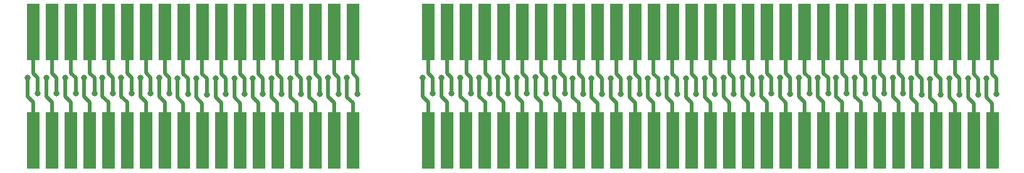
<source format=gbr>
%TF.GenerationSoftware,KiCad,Pcbnew,(5.1.8)-1*%
%TF.CreationDate,2021-01-23T22:08:16+01:00*%
%TF.ProjectId,ISA_INTERCONNECT,4953415f-494e-4544-9552-434f4e4e4543,rev?*%
%TF.SameCoordinates,Original*%
%TF.FileFunction,Copper,L1,Top*%
%TF.FilePolarity,Positive*%
%FSLAX46Y46*%
G04 Gerber Fmt 4.6, Leading zero omitted, Abs format (unit mm)*
G04 Created by KiCad (PCBNEW (5.1.8)-1) date 2021-01-23 22:08:16*
%MOMM*%
%LPD*%
G01*
G04 APERTURE LIST*
%TA.AperFunction,ConnectorPad*%
%ADD10R,1.780000X7.620000*%
%TD*%
%TA.AperFunction,ViaPad*%
%ADD11C,0.800000*%
%TD*%
%TA.AperFunction,Conductor*%
%ADD12C,0.500000*%
%TD*%
G04 APERTURE END LIST*
D10*
%TO.P,J2,32*%
%TO.N,32*%
X193740000Y-91520000D03*
%TO.P,J2,33*%
%TO.N,33*%
X191200000Y-91520000D03*
%TO.P,J2,34*%
%TO.N,34*%
X188660000Y-91520000D03*
%TO.P,J2,35*%
%TO.N,35*%
X186120000Y-91520000D03*
%TO.P,J2,36*%
%TO.N,36*%
X183580000Y-91520000D03*
%TO.P,J2,37*%
%TO.N,37*%
X181040000Y-91520000D03*
%TO.P,J2,38*%
%TO.N,38*%
X178500000Y-91520000D03*
%TO.P,J2,39*%
%TO.N,39*%
X175960000Y-91520000D03*
%TO.P,J2,40*%
%TO.N,40*%
X173420000Y-91520000D03*
%TO.P,J2,41*%
%TO.N,41*%
X170880000Y-91520000D03*
%TO.P,J2,42*%
%TO.N,42*%
X168340000Y-91520000D03*
%TO.P,J2,43*%
%TO.N,43*%
X165800000Y-91520000D03*
%TO.P,J2,44*%
%TO.N,44*%
X163260000Y-91520000D03*
%TO.P,J2,45*%
%TO.N,45*%
X160720000Y-91520000D03*
%TO.P,J2,46*%
%TO.N,46*%
X158180000Y-91520000D03*
%TO.P,J2,47*%
%TO.N,47*%
X155640000Y-91520000D03*
%TO.P,J2,48*%
%TO.N,48*%
X153100000Y-91520000D03*
%TO.P,J2,49*%
%TO.N,49*%
X150560000Y-91520000D03*
%TO.P,J2,50*%
%TO.N,50*%
X148020000Y-91520000D03*
%TO.P,J2,51*%
%TO.N,51*%
X145480000Y-91520000D03*
%TO.P,J2,52*%
%TO.N,52*%
X142940000Y-91520000D03*
%TO.P,J2,53*%
%TO.N,53*%
X140400000Y-91520000D03*
%TO.P,J2,54*%
%TO.N,54*%
X137860000Y-91520000D03*
%TO.P,J2,55*%
%TO.N,55*%
X135320000Y-91520000D03*
%TO.P,J2,56*%
%TO.N,56*%
X132780000Y-91520000D03*
%TO.P,J2,57*%
%TO.N,57*%
X130240000Y-91520000D03*
%TO.P,J2,58*%
%TO.N,58*%
X127700000Y-91520000D03*
%TO.P,J2,59*%
%TO.N,59*%
X125160000Y-91520000D03*
%TO.P,J2,60*%
%TO.N,60*%
X122620000Y-91520000D03*
%TO.P,J2,61*%
%TO.N,61*%
X120080000Y-91520000D03*
%TO.P,J2,62*%
%TO.N,62*%
X117540000Y-91520000D03*
%TO.P,J2,81*%
%TO.N,81*%
X107380000Y-91520000D03*
%TO.P,J2,82*%
%TO.N,82*%
X104840000Y-91520000D03*
%TO.P,J2,83*%
%TO.N,83*%
X102300000Y-91520000D03*
%TO.P,J2,84*%
%TO.N,84*%
X99760000Y-91520000D03*
%TO.P,J2,85*%
%TO.N,85*%
X97220000Y-91520000D03*
%TO.P,J2,86*%
%TO.N,86*%
X94680000Y-91520000D03*
%TO.P,J2,87*%
%TO.N,87*%
X92140000Y-91520000D03*
%TO.P,J2,88*%
%TO.N,88*%
X89600000Y-91520000D03*
%TO.P,J2,89*%
%TO.N,89*%
X87060000Y-91520000D03*
%TO.P,J2,90*%
%TO.N,90*%
X84520000Y-91520000D03*
%TO.P,J2,91*%
%TO.N,91*%
X81980000Y-91520000D03*
%TO.P,J2,92*%
%TO.N,92*%
X79440000Y-91520000D03*
%TO.P,J2,93*%
%TO.N,93*%
X76900000Y-91520000D03*
%TO.P,J2,94*%
%TO.N,94*%
X74360000Y-91520000D03*
%TO.P,J2,95*%
%TO.N,95*%
X71820000Y-91520000D03*
%TO.P,J2,96*%
%TO.N,96*%
X69280000Y-91520000D03*
%TO.P,J2,97*%
%TO.N,97*%
X66740000Y-91520000D03*
%TO.P,J2,98*%
%TO.N,98*%
X64200000Y-91520000D03*
%TD*%
%TO.P,J1,1*%
%TO.N,1*%
X193740000Y-76830000D03*
%TO.P,J1,2*%
%TO.N,2*%
X191200000Y-76830000D03*
%TO.P,J1,3*%
%TO.N,3*%
X188660000Y-76830000D03*
%TO.P,J1,4*%
%TO.N,4*%
X186120000Y-76830000D03*
%TO.P,J1,5*%
%TO.N,5*%
X183580000Y-76830000D03*
%TO.P,J1,6*%
%TO.N,6*%
X181040000Y-76830000D03*
%TO.P,J1,7*%
%TO.N,7*%
X178500000Y-76830000D03*
%TO.P,J1,8*%
%TO.N,8*%
X175960000Y-76830000D03*
%TO.P,J1,9*%
%TO.N,9*%
X173420000Y-76830000D03*
%TO.P,J1,10*%
%TO.N,10*%
X170880000Y-76830000D03*
%TO.P,J1,11*%
%TO.N,11*%
X168340000Y-76830000D03*
%TO.P,J1,12*%
%TO.N,12*%
X165800000Y-76830000D03*
%TO.P,J1,13*%
%TO.N,13*%
X163260000Y-76830000D03*
%TO.P,J1,14*%
%TO.N,14*%
X160720000Y-76830000D03*
%TO.P,J1,15*%
%TO.N,15*%
X158180000Y-76830000D03*
%TO.P,J1,16*%
%TO.N,16*%
X155640000Y-76830000D03*
%TO.P,J1,17*%
%TO.N,17*%
X153100000Y-76830000D03*
%TO.P,J1,18*%
%TO.N,18*%
X150560000Y-76830000D03*
%TO.P,J1,19*%
%TO.N,19*%
X148020000Y-76830000D03*
%TO.P,J1,20*%
%TO.N,20*%
X145480000Y-76830000D03*
%TO.P,J1,21*%
%TO.N,21*%
X142940000Y-76830000D03*
%TO.P,J1,22*%
%TO.N,22*%
X140400000Y-76830000D03*
%TO.P,J1,23*%
%TO.N,23*%
X137860000Y-76830000D03*
%TO.P,J1,24*%
%TO.N,24*%
X135320000Y-76830000D03*
%TO.P,J1,25*%
%TO.N,25*%
X132780000Y-76830000D03*
%TO.P,J1,26*%
%TO.N,26*%
X130240000Y-76830000D03*
%TO.P,J1,27*%
%TO.N,27*%
X127700000Y-76830000D03*
%TO.P,J1,28*%
%TO.N,28*%
X125160000Y-76830000D03*
%TO.P,J1,29*%
%TO.N,29*%
X122620000Y-76830000D03*
%TO.P,J1,30*%
%TO.N,30*%
X120080000Y-76830000D03*
%TO.P,J1,31*%
%TO.N,31*%
X117540000Y-76830000D03*
%TO.P,J1,63*%
%TO.N,63*%
X107380000Y-76830000D03*
%TO.P,J1,64*%
%TO.N,64*%
X104840000Y-76830000D03*
%TO.P,J1,65*%
%TO.N,65*%
X102300000Y-76830000D03*
%TO.P,J1,66*%
%TO.N,66*%
X99760000Y-76830000D03*
%TO.P,J1,67*%
%TO.N,67*%
X97220000Y-76830000D03*
%TO.P,J1,68*%
%TO.N,68*%
X94680000Y-76830000D03*
%TO.P,J1,69*%
%TO.N,69*%
X92140000Y-76830000D03*
%TO.P,J1,70*%
%TO.N,70*%
X89600000Y-76830000D03*
%TO.P,J1,71*%
%TO.N,71*%
X87060000Y-76830000D03*
%TO.P,J1,72*%
%TO.N,72*%
X84520000Y-76830000D03*
%TO.P,J1,73*%
%TO.N,73*%
X81980000Y-76830000D03*
%TO.P,J1,74*%
%TO.N,74*%
X79440000Y-76830000D03*
%TO.P,J1,75*%
%TO.N,75*%
X76900000Y-76830000D03*
%TO.P,J1,76*%
%TO.N,76*%
X74360000Y-76830000D03*
%TO.P,J1,77*%
%TO.N,77*%
X71820000Y-76830000D03*
%TO.P,J1,78*%
%TO.N,78*%
X69280000Y-76830000D03*
%TO.P,J1,79*%
%TO.N,79*%
X66740000Y-76830000D03*
%TO.P,J1,80*%
%TO.N,80*%
X64200000Y-76830000D03*
%TD*%
D11*
%TO.N,98*%
X63420000Y-83010000D03*
%TO.N,90*%
X83700000Y-83120000D03*
%TO.N,54*%
X137060000Y-83110000D03*
%TO.N,62*%
X116780000Y-83000000D03*
%TO.N,44*%
X162480000Y-83030000D03*
%TO.N,36*%
X182760000Y-83140000D03*
%TO.N,94*%
X73560000Y-82990000D03*
%TO.N,96*%
X68550000Y-83000000D03*
%TO.N,97*%
X65960000Y-83020000D03*
%TO.N,95*%
X71090000Y-83010000D03*
%TO.N,93*%
X76100000Y-83000000D03*
%TO.N,91*%
X81230000Y-82990000D03*
%TO.N,83*%
X101510000Y-83100000D03*
%TO.N,85*%
X96380000Y-83110000D03*
%TO.N,89*%
X86240000Y-83130000D03*
%TO.N,87*%
X91370000Y-83120000D03*
%TO.N,81*%
X106590000Y-83060000D03*
%TO.N,51*%
X144730000Y-83110000D03*
%TO.N,53*%
X139600000Y-83120000D03*
%TO.N,47*%
X154870000Y-83090000D03*
%TO.N,55*%
X134590000Y-82980000D03*
%TO.N,57*%
X129460000Y-82990000D03*
%TO.N,49*%
X149740000Y-83100000D03*
%TO.N,61*%
X119320000Y-83010000D03*
%TO.N,59*%
X124450000Y-83000000D03*
%TO.N,45*%
X159950000Y-83050000D03*
%TO.N,35*%
X185300000Y-83150000D03*
%TO.N,43*%
X165020000Y-83040000D03*
%TO.N,41*%
X170150000Y-83030000D03*
%TO.N,37*%
X180290000Y-83010000D03*
%TO.N,33*%
X190430000Y-83140000D03*
%TO.N,39*%
X175160000Y-83020000D03*
%TO.N,92*%
X78690000Y-82980000D03*
%TO.N,84*%
X98970000Y-83090000D03*
%TO.N,88*%
X88830000Y-83110000D03*
%TO.N,82*%
X104050000Y-83050000D03*
%TO.N,56*%
X132050000Y-82970000D03*
%TO.N,52*%
X142190000Y-83100000D03*
%TO.N,48*%
X152330000Y-83080000D03*
%TO.N,60*%
X121910000Y-82990000D03*
%TO.N,46*%
X157410000Y-83040000D03*
%TO.N,34*%
X187890000Y-83130000D03*
%TO.N,42*%
X167610000Y-83020000D03*
%TO.N,38*%
X177750000Y-83000000D03*
%TO.N,86*%
X93840000Y-83100000D03*
%TO.N,50*%
X147200000Y-83090000D03*
%TO.N,58*%
X126920000Y-82980000D03*
%TO.N,32*%
X192900000Y-83120000D03*
%TO.N,40*%
X172620000Y-83010000D03*
%TO.N,80*%
X64810000Y-85150000D03*
%TO.N,78*%
X69940000Y-85140000D03*
%TO.N,76*%
X74950000Y-85130000D03*
%TO.N,74*%
X80080000Y-85120000D03*
%TO.N,66*%
X100360000Y-85230000D03*
%TO.N,68*%
X95230000Y-85240000D03*
%TO.N,72*%
X85090000Y-85260000D03*
%TO.N,70*%
X90220000Y-85250000D03*
%TO.N,64*%
X105440000Y-85190000D03*
%TO.N,19*%
X148590000Y-85230000D03*
%TO.N,21*%
X143580000Y-85240000D03*
%TO.N,17*%
X153720000Y-85220000D03*
%TO.N,25*%
X133440000Y-85110000D03*
%TO.N,27*%
X128310000Y-85120000D03*
%TO.N,23*%
X138450000Y-85250000D03*
%TO.N,31*%
X118170000Y-85140000D03*
%TO.N,29*%
X123300000Y-85130000D03*
%TO.N,15*%
X158800000Y-85180000D03*
%TO.N,7*%
X179140000Y-85140000D03*
%TO.N,5*%
X184150000Y-85280000D03*
%TO.N,11*%
X169000000Y-85160000D03*
%TO.N,1*%
X194290000Y-85260000D03*
%TO.N,3*%
X189280000Y-85270000D03*
%TO.N,13*%
X163870000Y-85170000D03*
%TO.N,9*%
X174010000Y-85150000D03*
%TO.N,79*%
X67350000Y-85160000D03*
%TO.N,77*%
X72480000Y-85150000D03*
%TO.N,75*%
X77490000Y-85140000D03*
%TO.N,73*%
X82620000Y-85130000D03*
%TO.N,65*%
X102900000Y-85240000D03*
%TO.N,67*%
X97770000Y-85250000D03*
%TO.N,71*%
X87630000Y-85270000D03*
%TO.N,69*%
X92760000Y-85260000D03*
%TO.N,63*%
X107980000Y-85200000D03*
%TO.N,20*%
X146120000Y-85250000D03*
%TO.N,16*%
X156260000Y-85230000D03*
%TO.N,24*%
X135980000Y-85120000D03*
%TO.N,22*%
X140990000Y-85260000D03*
%TO.N,26*%
X130850000Y-85130000D03*
%TO.N,18*%
X151130000Y-85240000D03*
%TO.N,30*%
X120710000Y-85150000D03*
%TO.N,28*%
X125840000Y-85140000D03*
%TO.N,14*%
X161340000Y-85190000D03*
%TO.N,8*%
X176550000Y-85160000D03*
%TO.N,2*%
X191820000Y-85280000D03*
%TO.N,10*%
X171540000Y-85170000D03*
%TO.N,4*%
X186690000Y-85290000D03*
%TO.N,12*%
X166410000Y-85180000D03*
%TO.N,6*%
X181680000Y-85150000D03*
%TD*%
D12*
%TO.N,98*%
X63420000Y-83010000D02*
X63420000Y-85560000D01*
X64200000Y-86340000D02*
X64200000Y-91520000D01*
X63420000Y-85560000D02*
X64200000Y-86340000D01*
%TO.N,97*%
X65960000Y-83020000D02*
X65960000Y-85570000D01*
X65960000Y-85570000D02*
X66740000Y-86350000D01*
%TO.N,95*%
X71090000Y-85560000D02*
X71870000Y-86340000D01*
X71090000Y-83010000D02*
X71090000Y-85560000D01*
%TO.N,91*%
X81230000Y-85540000D02*
X82010000Y-86320000D01*
X81230000Y-82990000D02*
X81230000Y-85540000D01*
%TO.N,93*%
X76100000Y-85550000D02*
X76880000Y-86330000D01*
X76100000Y-83000000D02*
X76100000Y-85550000D01*
%TO.N,87*%
X91370000Y-85670000D02*
X92150000Y-86450000D01*
X91370000Y-83120000D02*
X91370000Y-85670000D01*
%TO.N,89*%
X86240000Y-85680000D02*
X87020000Y-86460000D01*
X86240000Y-83130000D02*
X86240000Y-85680000D01*
%TO.N,90*%
X83700000Y-83120000D02*
X83700000Y-85670000D01*
X83700000Y-85670000D02*
X84480000Y-86450000D01*
%TO.N,83*%
X101510000Y-85650000D02*
X102290000Y-86430000D01*
X101510000Y-83100000D02*
X101510000Y-85650000D01*
%TO.N,85*%
X96380000Y-85660000D02*
X97160000Y-86440000D01*
X96380000Y-83110000D02*
X96380000Y-85660000D01*
%TO.N,81*%
X106590000Y-85610000D02*
X107370000Y-86390000D01*
X106590000Y-83060000D02*
X106590000Y-85610000D01*
%TO.N,59*%
X124450000Y-85550000D02*
X125230000Y-86330000D01*
X124450000Y-83000000D02*
X124450000Y-85550000D01*
%TO.N,61*%
X119320000Y-85560000D02*
X120100000Y-86340000D01*
X119320000Y-83010000D02*
X119320000Y-85560000D01*
%TO.N,62*%
X116780000Y-83000000D02*
X116780000Y-85550000D01*
X116780000Y-85550000D02*
X117560000Y-86330000D01*
%TO.N,55*%
X134590000Y-85530000D02*
X135370000Y-86310000D01*
X134590000Y-82980000D02*
X134590000Y-85530000D01*
%TO.N,57*%
X129460000Y-85540000D02*
X130240000Y-86320000D01*
X129460000Y-82990000D02*
X129460000Y-85540000D01*
%TO.N,51*%
X144730000Y-85660000D02*
X145510000Y-86440000D01*
%TO.N,53*%
X139600000Y-85670000D02*
X140380000Y-86450000D01*
X139600000Y-83120000D02*
X139600000Y-85670000D01*
%TO.N,54*%
X137060000Y-83110000D02*
X137060000Y-85660000D01*
X137060000Y-85660000D02*
X137840000Y-86440000D01*
%TO.N,47*%
X154870000Y-85640000D02*
X155650000Y-86420000D01*
%TO.N,51*%
X144730000Y-83110000D02*
X144730000Y-85660000D01*
%TO.N,49*%
X149740000Y-83100000D02*
X149740000Y-85650000D01*
%TO.N,47*%
X154870000Y-83090000D02*
X154870000Y-85640000D01*
%TO.N,49*%
X149740000Y-85650000D02*
X150520000Y-86430000D01*
%TO.N,45*%
X159950000Y-85600000D02*
X160730000Y-86380000D01*
X159950000Y-83050000D02*
X159950000Y-85600000D01*
%TO.N,41*%
X170150000Y-85580000D02*
X170930000Y-86360000D01*
X170150000Y-83030000D02*
X170150000Y-85580000D01*
%TO.N,43*%
X165020000Y-85590000D02*
X165800000Y-86370000D01*
%TO.N,44*%
X162480000Y-83030000D02*
X162480000Y-85580000D01*
%TO.N,37*%
X180290000Y-83010000D02*
X180290000Y-85560000D01*
%TO.N,44*%
X162480000Y-85580000D02*
X163260000Y-86360000D01*
%TO.N,37*%
X180290000Y-85560000D02*
X181070000Y-86340000D01*
%TO.N,43*%
X165020000Y-83040000D02*
X165020000Y-85590000D01*
%TO.N,39*%
X175160000Y-85570000D02*
X175940000Y-86350000D01*
%TO.N,33*%
X190430000Y-83140000D02*
X190430000Y-85690000D01*
%TO.N,35*%
X185300000Y-83150000D02*
X185300000Y-85700000D01*
%TO.N,36*%
X182760000Y-85690000D02*
X183540000Y-86470000D01*
X182760000Y-83140000D02*
X182760000Y-85690000D01*
%TO.N,33*%
X190430000Y-85690000D02*
X191210000Y-86470000D01*
%TO.N,35*%
X185300000Y-85700000D02*
X186080000Y-86480000D01*
%TO.N,39*%
X175160000Y-83020000D02*
X175160000Y-85570000D01*
%TO.N,94*%
X73560000Y-82990000D02*
X73560000Y-85540000D01*
X73560000Y-85540000D02*
X74340000Y-86320000D01*
%TO.N,96*%
X68550000Y-83000000D02*
X68550000Y-85550000D01*
X68550000Y-85550000D02*
X69330000Y-86330000D01*
%TO.N,97*%
X66740000Y-86350000D02*
X66740000Y-91520000D01*
%TO.N,92*%
X78690000Y-82980000D02*
X78690000Y-85530000D01*
X78690000Y-85530000D02*
X79470000Y-86310000D01*
%TO.N,88*%
X88830000Y-83110000D02*
X88830000Y-85660000D01*
X88830000Y-85660000D02*
X89610000Y-86440000D01*
%TO.N,84*%
X98970000Y-85640000D02*
X99750000Y-86420000D01*
X98970000Y-83090000D02*
X98970000Y-85640000D01*
%TO.N,82*%
X104050000Y-85600000D02*
X104830000Y-86380000D01*
X104050000Y-83050000D02*
X104050000Y-85600000D01*
%TO.N,60*%
X121910000Y-82990000D02*
X121910000Y-85540000D01*
X121910000Y-85540000D02*
X122690000Y-86320000D01*
%TO.N,56*%
X132050000Y-85520000D02*
X132830000Y-86300000D01*
X132050000Y-82970000D02*
X132050000Y-85520000D01*
%TO.N,52*%
X142190000Y-85650000D02*
X142970000Y-86430000D01*
X142190000Y-83100000D02*
X142190000Y-85650000D01*
%TO.N,48*%
X152330000Y-85630000D02*
X153110000Y-86410000D01*
X152330000Y-83080000D02*
X152330000Y-85630000D01*
%TO.N,46*%
X157410000Y-83040000D02*
X157410000Y-85590000D01*
X157410000Y-85590000D02*
X158190000Y-86370000D01*
%TO.N,42*%
X167610000Y-85570000D02*
X168390000Y-86350000D01*
X167610000Y-83020000D02*
X167610000Y-85570000D01*
%TO.N,38*%
X177750000Y-85550000D02*
X178530000Y-86330000D01*
X177750000Y-83000000D02*
X177750000Y-85550000D01*
%TO.N,34*%
X187890000Y-83130000D02*
X187890000Y-85680000D01*
X187890000Y-85680000D02*
X188670000Y-86460000D01*
%TO.N,96*%
X69330000Y-91470000D02*
X69280000Y-91520000D01*
X69330000Y-86330000D02*
X69330000Y-91470000D01*
%TO.N,95*%
X71870000Y-91470000D02*
X71820000Y-91520000D01*
X71870000Y-86340000D02*
X71870000Y-91470000D01*
%TO.N,86*%
X93840000Y-83100000D02*
X93840000Y-85650000D01*
X93840000Y-85650000D02*
X94620000Y-86430000D01*
%TO.N,58*%
X126920000Y-82980000D02*
X126920000Y-85530000D01*
X126920000Y-85530000D02*
X127700000Y-86310000D01*
%TO.N,50*%
X147200000Y-85640000D02*
X147980000Y-86420000D01*
X147200000Y-83090000D02*
X147200000Y-85640000D01*
%TO.N,32*%
X192900000Y-85670000D02*
X193680000Y-86450000D01*
%TO.N,40*%
X172620000Y-85560000D02*
X173400000Y-86340000D01*
%TO.N,32*%
X192900000Y-83120000D02*
X192900000Y-85670000D01*
%TO.N,40*%
X172620000Y-83010000D02*
X172620000Y-85560000D01*
%TO.N,94*%
X74340000Y-91500000D02*
X74360000Y-91520000D01*
X74340000Y-86320000D02*
X74340000Y-91500000D01*
%TO.N,93*%
X76880000Y-91500000D02*
X76900000Y-91520000D01*
X76880000Y-86330000D02*
X76880000Y-91500000D01*
%TO.N,92*%
X79470000Y-91490000D02*
X79440000Y-91520000D01*
X79470000Y-86310000D02*
X79470000Y-91490000D01*
%TO.N,91*%
X82010000Y-91490000D02*
X81980000Y-91520000D01*
X82010000Y-86320000D02*
X82010000Y-91490000D01*
%TO.N,90*%
X84480000Y-91480000D02*
X84520000Y-91520000D01*
X84480000Y-86450000D02*
X84480000Y-91480000D01*
%TO.N,89*%
X87020000Y-91480000D02*
X87060000Y-91520000D01*
X87020000Y-86460000D02*
X87020000Y-91480000D01*
%TO.N,88*%
X89610000Y-91510000D02*
X89600000Y-91520000D01*
X89610000Y-86440000D02*
X89610000Y-91510000D01*
%TO.N,87*%
X92150000Y-91510000D02*
X92140000Y-91520000D01*
X92150000Y-86450000D02*
X92150000Y-91510000D01*
%TO.N,86*%
X94620000Y-91460000D02*
X94680000Y-91520000D01*
X94620000Y-86430000D02*
X94620000Y-91460000D01*
%TO.N,85*%
X97160000Y-91460000D02*
X97220000Y-91520000D01*
X97160000Y-86440000D02*
X97160000Y-91460000D01*
%TO.N,84*%
X99750000Y-91510000D02*
X99760000Y-91520000D01*
X99750000Y-86420000D02*
X99750000Y-91510000D01*
%TO.N,83*%
X102290000Y-91510000D02*
X102300000Y-91520000D01*
X102290000Y-86430000D02*
X102290000Y-91510000D01*
%TO.N,82*%
X104830000Y-91510000D02*
X104840000Y-91520000D01*
X104830000Y-86380000D02*
X104830000Y-91510000D01*
%TO.N,81*%
X107370000Y-91510000D02*
X107380000Y-91520000D01*
X107370000Y-86390000D02*
X107370000Y-91510000D01*
%TO.N,80*%
X64200000Y-76830000D02*
X64200000Y-82410000D01*
X64810000Y-83020000D02*
X64810000Y-85150000D01*
X64200000Y-82410000D02*
X64810000Y-83020000D01*
%TO.N,79*%
X67350000Y-83030000D02*
X67350000Y-85160000D01*
X66740000Y-82420000D02*
X67350000Y-83030000D01*
%TO.N,78*%
X69940000Y-83010000D02*
X69940000Y-85140000D01*
X69330000Y-82400000D02*
X69940000Y-83010000D01*
%TO.N,77*%
X71870000Y-82410000D02*
X72480000Y-83020000D01*
X72480000Y-83020000D02*
X72480000Y-85150000D01*
%TO.N,73*%
X82620000Y-83000000D02*
X82620000Y-85130000D01*
%TO.N,74*%
X79470000Y-82380000D02*
X80080000Y-82990000D01*
%TO.N,73*%
X82010000Y-82390000D02*
X82620000Y-83000000D01*
%TO.N,74*%
X80080000Y-82990000D02*
X80080000Y-85120000D01*
%TO.N,76*%
X74950000Y-83000000D02*
X74950000Y-85130000D01*
X74340000Y-82390000D02*
X74950000Y-83000000D01*
%TO.N,75*%
X76880000Y-82400000D02*
X77490000Y-83010000D01*
X77490000Y-83010000D02*
X77490000Y-85140000D01*
%TO.N,69*%
X92760000Y-83130000D02*
X92760000Y-85260000D01*
%TO.N,70*%
X89610000Y-82510000D02*
X90220000Y-83120000D01*
%TO.N,69*%
X92150000Y-82520000D02*
X92760000Y-83130000D01*
%TO.N,70*%
X90220000Y-83120000D02*
X90220000Y-85250000D01*
%TO.N,72*%
X85090000Y-83130000D02*
X85090000Y-85260000D01*
X84480000Y-82520000D02*
X85090000Y-83130000D01*
%TO.N,71*%
X87020000Y-82530000D02*
X87630000Y-83140000D01*
X87630000Y-83140000D02*
X87630000Y-85270000D01*
%TO.N,66*%
X100360000Y-83100000D02*
X100360000Y-85230000D01*
X99750000Y-82490000D02*
X100360000Y-83100000D01*
%TO.N,68*%
X95230000Y-83110000D02*
X95230000Y-85240000D01*
X94620000Y-82500000D02*
X95230000Y-83110000D01*
%TO.N,65*%
X102900000Y-83110000D02*
X102900000Y-85240000D01*
X102290000Y-82500000D02*
X102900000Y-83110000D01*
%TO.N,67*%
X97160000Y-82510000D02*
X97770000Y-83120000D01*
X97770000Y-83120000D02*
X97770000Y-85250000D01*
%TO.N,64*%
X105440000Y-83060000D02*
X105440000Y-85190000D01*
%TO.N,63*%
X107370000Y-82460000D02*
X107980000Y-83070000D01*
%TO.N,64*%
X104830000Y-82450000D02*
X105440000Y-83060000D01*
%TO.N,63*%
X107980000Y-83070000D02*
X107980000Y-85200000D01*
%TO.N,28*%
X125840000Y-83010000D02*
X125840000Y-85140000D01*
%TO.N,29*%
X122690000Y-82390000D02*
X123300000Y-83000000D01*
%TO.N,28*%
X125230000Y-82400000D02*
X125840000Y-83010000D01*
%TO.N,29*%
X123300000Y-83000000D02*
X123300000Y-85130000D01*
%TO.N,31*%
X118170000Y-83010000D02*
X118170000Y-85140000D01*
X117560000Y-82400000D02*
X118170000Y-83010000D01*
%TO.N,30*%
X120100000Y-82410000D02*
X120710000Y-83020000D01*
X120710000Y-83020000D02*
X120710000Y-85150000D01*
%TO.N,25*%
X133440000Y-82980000D02*
X133440000Y-85110000D01*
X132830000Y-82370000D02*
X133440000Y-82980000D01*
%TO.N,27*%
X128310000Y-82990000D02*
X128310000Y-85120000D01*
X127700000Y-82380000D02*
X128310000Y-82990000D01*
%TO.N,24*%
X135980000Y-82990000D02*
X135980000Y-85120000D01*
X135370000Y-82380000D02*
X135980000Y-82990000D01*
%TO.N,26*%
X130240000Y-82390000D02*
X130850000Y-83000000D01*
X130850000Y-83000000D02*
X130850000Y-85130000D01*
%TO.N,21*%
X143580000Y-83110000D02*
X143580000Y-85240000D01*
%TO.N,23*%
X138450000Y-83120000D02*
X138450000Y-85250000D01*
X137840000Y-82510000D02*
X138450000Y-83120000D01*
%TO.N,20*%
X145510000Y-82510000D02*
X146120000Y-83120000D01*
%TO.N,21*%
X142970000Y-82500000D02*
X143580000Y-83110000D01*
%TO.N,22*%
X140380000Y-82520000D02*
X140990000Y-83130000D01*
X140990000Y-83130000D02*
X140990000Y-85260000D01*
%TO.N,17*%
X153720000Y-83090000D02*
X153720000Y-85220000D01*
%TO.N,20*%
X146120000Y-83120000D02*
X146120000Y-85250000D01*
%TO.N,16*%
X155650000Y-82490000D02*
X156260000Y-83100000D01*
%TO.N,19*%
X148590000Y-83100000D02*
X148590000Y-85230000D01*
%TO.N,18*%
X150520000Y-82500000D02*
X151130000Y-83110000D01*
%TO.N,19*%
X147980000Y-82490000D02*
X148590000Y-83100000D01*
%TO.N,17*%
X153110000Y-82480000D02*
X153720000Y-83090000D01*
%TO.N,18*%
X151130000Y-83110000D02*
X151130000Y-85240000D01*
%TO.N,16*%
X156260000Y-83100000D02*
X156260000Y-85230000D01*
%TO.N,14*%
X160730000Y-82450000D02*
X161340000Y-83060000D01*
%TO.N,15*%
X158190000Y-82440000D02*
X158800000Y-83050000D01*
%TO.N,14*%
X161340000Y-83060000D02*
X161340000Y-85190000D01*
%TO.N,15*%
X158800000Y-83050000D02*
X158800000Y-85180000D01*
%TO.N,13*%
X163260000Y-82430000D02*
X163870000Y-83040000D01*
%TO.N,12*%
X166410000Y-83050000D02*
X166410000Y-85180000D01*
%TO.N,7*%
X179140000Y-83010000D02*
X179140000Y-85140000D01*
X178530000Y-82400000D02*
X179140000Y-83010000D01*
%TO.N,11*%
X169000000Y-83030000D02*
X169000000Y-85160000D01*
%TO.N,10*%
X170930000Y-82430000D02*
X171540000Y-83040000D01*
X171540000Y-83040000D02*
X171540000Y-85170000D01*
%TO.N,12*%
X165800000Y-82440000D02*
X166410000Y-83050000D01*
%TO.N,9*%
X174010000Y-83020000D02*
X174010000Y-85150000D01*
X173400000Y-82410000D02*
X174010000Y-83020000D01*
%TO.N,11*%
X168390000Y-82420000D02*
X169000000Y-83030000D01*
%TO.N,6*%
X181680000Y-83020000D02*
X181680000Y-85150000D01*
X181070000Y-82410000D02*
X181680000Y-83020000D01*
%TO.N,13*%
X163870000Y-83040000D02*
X163870000Y-85170000D01*
%TO.N,1*%
X193680000Y-82520000D02*
X194290000Y-83130000D01*
%TO.N,2*%
X191210000Y-82540000D02*
X191820000Y-83150000D01*
%TO.N,8*%
X175940000Y-82420000D02*
X176550000Y-83030000D01*
%TO.N,4*%
X186690000Y-83160000D02*
X186690000Y-85290000D01*
%TO.N,2*%
X191820000Y-83150000D02*
X191820000Y-85280000D01*
%TO.N,1*%
X194290000Y-83130000D02*
X194290000Y-85260000D01*
%TO.N,5*%
X183540000Y-82540000D02*
X184150000Y-83150000D01*
X184150000Y-83150000D02*
X184150000Y-85280000D01*
%TO.N,3*%
X189280000Y-83140000D02*
X189280000Y-85270000D01*
%TO.N,8*%
X176550000Y-83030000D02*
X176550000Y-85160000D01*
%TO.N,4*%
X186080000Y-82550000D02*
X186690000Y-83160000D01*
%TO.N,3*%
X188670000Y-82530000D02*
X189280000Y-83140000D01*
%TO.N,2*%
X191210000Y-76840000D02*
X191200000Y-76830000D01*
X191210000Y-82540000D02*
X191210000Y-76840000D01*
%TO.N,1*%
X193680000Y-76890000D02*
X193740000Y-76830000D01*
X193680000Y-82520000D02*
X193680000Y-76890000D01*
%TO.N,79*%
X66740000Y-82420000D02*
X66740000Y-76830000D01*
%TO.N,78*%
X69330000Y-76880000D02*
X69280000Y-76830000D01*
X69330000Y-82400000D02*
X69330000Y-76880000D01*
%TO.N,77*%
X71870000Y-76880000D02*
X71820000Y-76830000D01*
X71870000Y-82410000D02*
X71870000Y-76880000D01*
%TO.N,76*%
X74340000Y-76850000D02*
X74360000Y-76830000D01*
X74340000Y-82390000D02*
X74340000Y-76850000D01*
%TO.N,75*%
X76880000Y-76850000D02*
X76900000Y-76830000D01*
X76880000Y-82400000D02*
X76880000Y-76850000D01*
%TO.N,74*%
X79470000Y-76860000D02*
X79440000Y-76830000D01*
X79470000Y-82380000D02*
X79470000Y-76860000D01*
%TO.N,73*%
X82010000Y-76860000D02*
X81980000Y-76830000D01*
X82010000Y-82390000D02*
X82010000Y-76860000D01*
%TO.N,72*%
X84480000Y-76870000D02*
X84520000Y-76830000D01*
X84480000Y-82520000D02*
X84480000Y-76870000D01*
%TO.N,71*%
X87020000Y-76870000D02*
X87060000Y-76830000D01*
X87020000Y-82530000D02*
X87020000Y-76870000D01*
%TO.N,70*%
X89610000Y-76840000D02*
X89600000Y-76830000D01*
X89610000Y-82510000D02*
X89610000Y-76840000D01*
%TO.N,69*%
X92150000Y-76840000D02*
X92140000Y-76830000D01*
X92150000Y-82520000D02*
X92150000Y-76840000D01*
%TO.N,68*%
X94620000Y-76890000D02*
X94680000Y-76830000D01*
X94620000Y-82500000D02*
X94620000Y-76890000D01*
%TO.N,67*%
X97160000Y-76890000D02*
X97220000Y-76830000D01*
X97160000Y-82510000D02*
X97160000Y-76890000D01*
%TO.N,66*%
X99750000Y-76840000D02*
X99760000Y-76830000D01*
X99750000Y-82490000D02*
X99750000Y-76840000D01*
%TO.N,65*%
X102290000Y-76840000D02*
X102300000Y-76830000D01*
X102290000Y-82500000D02*
X102290000Y-76840000D01*
%TO.N,64*%
X104830000Y-76840000D02*
X104840000Y-76830000D01*
X104830000Y-82450000D02*
X104830000Y-76840000D01*
%TO.N,63*%
X107370000Y-76840000D02*
X107380000Y-76830000D01*
X107370000Y-82460000D02*
X107370000Y-76840000D01*
%TO.N,62*%
X117560000Y-91500000D02*
X117540000Y-91520000D01*
X117560000Y-86330000D02*
X117560000Y-91500000D01*
%TO.N,61*%
X120100000Y-91500000D02*
X120080000Y-91520000D01*
X120100000Y-86340000D02*
X120100000Y-91500000D01*
%TO.N,60*%
X122690000Y-91450000D02*
X122620000Y-91520000D01*
X122690000Y-86320000D02*
X122690000Y-91450000D01*
%TO.N,59*%
X125230000Y-91450000D02*
X125160000Y-91520000D01*
X125230000Y-86330000D02*
X125230000Y-91450000D01*
%TO.N,58*%
X127700000Y-86310000D02*
X127700000Y-91520000D01*
%TO.N,57*%
X130240000Y-86320000D02*
X130240000Y-91520000D01*
%TO.N,56*%
X132830000Y-91470000D02*
X132780000Y-91520000D01*
X132830000Y-86300000D02*
X132830000Y-91470000D01*
%TO.N,55*%
X135370000Y-91470000D02*
X135320000Y-91520000D01*
X135370000Y-86310000D02*
X135370000Y-91470000D01*
%TO.N,54*%
X137840000Y-91500000D02*
X137860000Y-91520000D01*
X137840000Y-86440000D02*
X137840000Y-91500000D01*
%TO.N,53*%
X140380000Y-91500000D02*
X140400000Y-91520000D01*
X140380000Y-86450000D02*
X140380000Y-91500000D01*
%TO.N,52*%
X142970000Y-91490000D02*
X142940000Y-91520000D01*
X142970000Y-86430000D02*
X142970000Y-91490000D01*
%TO.N,51*%
X145510000Y-91490000D02*
X145480000Y-91520000D01*
X145510000Y-86440000D02*
X145510000Y-91490000D01*
%TO.N,50*%
X147980000Y-91480000D02*
X148020000Y-91520000D01*
X147980000Y-86420000D02*
X147980000Y-91480000D01*
%TO.N,49*%
X150520000Y-91480000D02*
X150560000Y-91520000D01*
X150520000Y-86430000D02*
X150520000Y-91480000D01*
%TO.N,48*%
X153110000Y-91510000D02*
X153100000Y-91520000D01*
X153110000Y-86410000D02*
X153110000Y-91510000D01*
%TO.N,47*%
X155650000Y-91510000D02*
X155640000Y-91520000D01*
X155650000Y-86420000D02*
X155650000Y-91510000D01*
%TO.N,46*%
X158190000Y-91510000D02*
X158180000Y-91520000D01*
X158190000Y-86370000D02*
X158190000Y-91510000D01*
%TO.N,45*%
X160730000Y-91510000D02*
X160720000Y-91520000D01*
X160730000Y-86380000D02*
X160730000Y-91510000D01*
%TO.N,44*%
X163260000Y-86360000D02*
X163260000Y-91520000D01*
%TO.N,43*%
X165800000Y-86370000D02*
X165800000Y-91520000D01*
%TO.N,42*%
X168390000Y-91470000D02*
X168340000Y-91520000D01*
X168390000Y-86350000D02*
X168390000Y-91470000D01*
%TO.N,41*%
X170930000Y-91470000D02*
X170880000Y-91520000D01*
X170930000Y-86360000D02*
X170930000Y-91470000D01*
%TO.N,40*%
X173400000Y-91500000D02*
X173420000Y-91520000D01*
X173400000Y-86340000D02*
X173400000Y-91500000D01*
%TO.N,39*%
X175940000Y-91500000D02*
X175960000Y-91520000D01*
X175940000Y-86350000D02*
X175940000Y-91500000D01*
%TO.N,38*%
X178530000Y-91490000D02*
X178500000Y-91520000D01*
X178530000Y-86330000D02*
X178530000Y-91490000D01*
%TO.N,37*%
X181070000Y-91490000D02*
X181040000Y-91520000D01*
X181070000Y-86340000D02*
X181070000Y-91490000D01*
%TO.N,36*%
X183540000Y-91480000D02*
X183580000Y-91520000D01*
X183540000Y-86470000D02*
X183540000Y-91480000D01*
%TO.N,35*%
X186080000Y-91480000D02*
X186120000Y-91520000D01*
X186080000Y-86480000D02*
X186080000Y-91480000D01*
%TO.N,34*%
X188670000Y-91510000D02*
X188660000Y-91520000D01*
X188670000Y-86460000D02*
X188670000Y-91510000D01*
%TO.N,33*%
X191210000Y-91510000D02*
X191200000Y-91520000D01*
X191210000Y-86470000D02*
X191210000Y-91510000D01*
%TO.N,32*%
X193680000Y-91460000D02*
X193740000Y-91520000D01*
X193680000Y-86450000D02*
X193680000Y-91460000D01*
%TO.N,31*%
X117560000Y-76850000D02*
X117540000Y-76830000D01*
X117560000Y-82400000D02*
X117560000Y-76850000D01*
%TO.N,30*%
X120100000Y-76850000D02*
X120080000Y-76830000D01*
X120100000Y-82410000D02*
X120100000Y-76850000D01*
%TO.N,29*%
X122690000Y-76900000D02*
X122620000Y-76830000D01*
X122690000Y-82390000D02*
X122690000Y-76900000D01*
%TO.N,28*%
X125230000Y-76900000D02*
X125160000Y-76830000D01*
X125230000Y-82400000D02*
X125230000Y-76900000D01*
%TO.N,27*%
X127700000Y-82380000D02*
X127700000Y-76830000D01*
%TO.N,26*%
X130240000Y-82390000D02*
X130240000Y-76830000D01*
%TO.N,25*%
X132830000Y-76880000D02*
X132780000Y-76830000D01*
X132830000Y-82370000D02*
X132830000Y-76880000D01*
%TO.N,24*%
X135370000Y-76880000D02*
X135320000Y-76830000D01*
X135370000Y-82380000D02*
X135370000Y-76880000D01*
%TO.N,23*%
X137840000Y-76850000D02*
X137860000Y-76830000D01*
X137840000Y-82510000D02*
X137840000Y-76850000D01*
%TO.N,22*%
X140380000Y-76850000D02*
X140400000Y-76830000D01*
X140380000Y-82520000D02*
X140380000Y-76850000D01*
%TO.N,21*%
X142970000Y-76860000D02*
X142940000Y-76830000D01*
X142970000Y-82500000D02*
X142970000Y-76860000D01*
%TO.N,20*%
X145510000Y-76860000D02*
X145480000Y-76830000D01*
X145510000Y-82510000D02*
X145510000Y-76860000D01*
%TO.N,19*%
X147980000Y-76870000D02*
X148020000Y-76830000D01*
X147980000Y-82490000D02*
X147980000Y-76870000D01*
%TO.N,18*%
X150520000Y-76870000D02*
X150560000Y-76830000D01*
X150520000Y-82500000D02*
X150520000Y-76870000D01*
%TO.N,17*%
X153110000Y-76840000D02*
X153100000Y-76830000D01*
X153110000Y-82480000D02*
X153110000Y-76840000D01*
%TO.N,16*%
X155650000Y-76840000D02*
X155640000Y-76830000D01*
X155650000Y-82490000D02*
X155650000Y-76840000D01*
%TO.N,15*%
X158190000Y-76840000D02*
X158180000Y-76830000D01*
X158190000Y-82440000D02*
X158190000Y-76840000D01*
%TO.N,14*%
X160730000Y-76840000D02*
X160720000Y-76830000D01*
X160730000Y-82450000D02*
X160730000Y-76840000D01*
%TO.N,13*%
X163260000Y-82430000D02*
X163260000Y-76830000D01*
%TO.N,12*%
X165800000Y-82440000D02*
X165800000Y-76830000D01*
%TO.N,11*%
X168390000Y-76880000D02*
X168340000Y-76830000D01*
X168390000Y-82420000D02*
X168390000Y-76880000D01*
%TO.N,10*%
X170930000Y-76880000D02*
X170880000Y-76830000D01*
X170930000Y-82430000D02*
X170930000Y-76880000D01*
%TO.N,9*%
X173400000Y-76850000D02*
X173420000Y-76830000D01*
X173400000Y-82410000D02*
X173400000Y-76850000D01*
%TO.N,8*%
X175940000Y-76850000D02*
X175960000Y-76830000D01*
X175940000Y-82420000D02*
X175940000Y-76850000D01*
%TO.N,7*%
X178530000Y-76860000D02*
X178500000Y-76830000D01*
X178530000Y-82400000D02*
X178530000Y-76860000D01*
%TO.N,6*%
X181070000Y-76860000D02*
X181040000Y-76830000D01*
X181070000Y-82410000D02*
X181070000Y-76860000D01*
%TO.N,5*%
X183540000Y-76870000D02*
X183580000Y-76830000D01*
X183540000Y-82540000D02*
X183540000Y-76870000D01*
%TO.N,4*%
X186080000Y-76870000D02*
X186120000Y-76830000D01*
X186080000Y-82550000D02*
X186080000Y-76870000D01*
%TO.N,3*%
X188670000Y-76840000D02*
X188660000Y-76830000D01*
X188670000Y-82530000D02*
X188670000Y-76840000D01*
%TD*%
M02*

</source>
